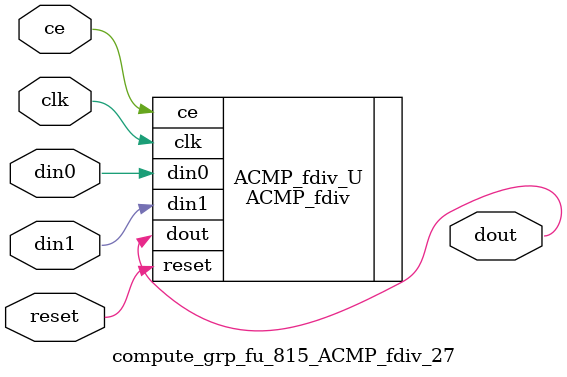
<source format=v>

`timescale 1 ns / 1 ps
module compute_grp_fu_815_ACMP_fdiv_27(
    clk,
    reset,
    ce,
    din0,
    din1,
    dout);

parameter ID = 32'd1;
parameter NUM_STAGE = 32'd1;
parameter din0_WIDTH = 32'd1;
parameter din1_WIDTH = 32'd1;
parameter dout_WIDTH = 32'd1;
input clk;
input reset;
input ce;
input[din0_WIDTH - 1:0] din0;
input[din1_WIDTH - 1:0] din1;
output[dout_WIDTH - 1:0] dout;



ACMP_fdiv #(
.ID( ID ),
.NUM_STAGE( 10 ),
.din0_WIDTH( din0_WIDTH ),
.din1_WIDTH( din1_WIDTH ),
.dout_WIDTH( dout_WIDTH ))
ACMP_fdiv_U(
    .clk( clk ),
    .reset( reset ),
    .ce( ce ),
    .din0( din0 ),
    .din1( din1 ),
    .dout( dout ));

endmodule

</source>
